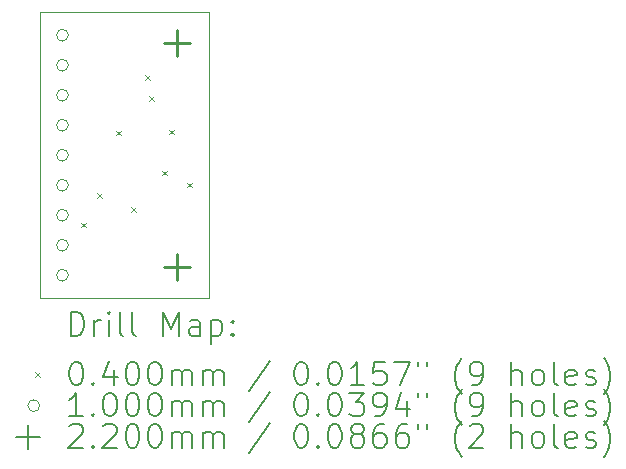
<source format=gbr>
%TF.GenerationSoftware,KiCad,Pcbnew,8.0.5*%
%TF.CreationDate,2024-09-23T16:28:10-04:00*%
%TF.ProjectId,ICM-42670-P-Breakout-Board,49434d2d-3432-4363-9730-2d502d427265,rev?*%
%TF.SameCoordinates,Original*%
%TF.FileFunction,Drillmap*%
%TF.FilePolarity,Positive*%
%FSLAX45Y45*%
G04 Gerber Fmt 4.5, Leading zero omitted, Abs format (unit mm)*
G04 Created by KiCad (PCBNEW 8.0.5) date 2024-09-23 16:28:10*
%MOMM*%
%LPD*%
G01*
G04 APERTURE LIST*
%ADD10C,0.100000*%
%ADD11C,0.200000*%
%ADD12C,0.220000*%
G04 APERTURE END LIST*
D10*
X13500000Y-8225000D02*
X14925000Y-8225000D01*
X14925000Y-10650000D01*
X13500000Y-10650000D01*
X13500000Y-8225000D01*
D11*
D10*
X13847550Y-10010000D02*
X13887550Y-10050000D01*
X13887550Y-10010000D02*
X13847550Y-10050000D01*
X13980000Y-9760000D02*
X14020000Y-9800000D01*
X14020000Y-9760000D02*
X13980000Y-9800000D01*
X14140000Y-9230000D02*
X14180000Y-9270000D01*
X14180000Y-9230000D02*
X14140000Y-9270000D01*
X14270000Y-9880000D02*
X14310000Y-9920000D01*
X14310000Y-9880000D02*
X14270000Y-9920000D01*
X14390000Y-8760000D02*
X14430000Y-8800000D01*
X14430000Y-8760000D02*
X14390000Y-8800000D01*
X14420000Y-8940000D02*
X14460000Y-8980000D01*
X14460000Y-8940000D02*
X14420000Y-8980000D01*
X14530000Y-9570000D02*
X14570000Y-9610000D01*
X14570000Y-9570000D02*
X14530000Y-9610000D01*
X14590316Y-9222289D02*
X14630316Y-9262289D01*
X14630316Y-9222289D02*
X14590316Y-9262289D01*
X14740000Y-9670000D02*
X14780000Y-9710000D01*
X14780000Y-9670000D02*
X14740000Y-9710000D01*
X13737000Y-8422000D02*
G75*
G02*
X13637000Y-8422000I-50000J0D01*
G01*
X13637000Y-8422000D02*
G75*
G02*
X13737000Y-8422000I50000J0D01*
G01*
X13737000Y-8676000D02*
G75*
G02*
X13637000Y-8676000I-50000J0D01*
G01*
X13637000Y-8676000D02*
G75*
G02*
X13737000Y-8676000I50000J0D01*
G01*
X13737000Y-8930000D02*
G75*
G02*
X13637000Y-8930000I-50000J0D01*
G01*
X13637000Y-8930000D02*
G75*
G02*
X13737000Y-8930000I50000J0D01*
G01*
X13737000Y-9184000D02*
G75*
G02*
X13637000Y-9184000I-50000J0D01*
G01*
X13637000Y-9184000D02*
G75*
G02*
X13737000Y-9184000I50000J0D01*
G01*
X13737000Y-9438000D02*
G75*
G02*
X13637000Y-9438000I-50000J0D01*
G01*
X13637000Y-9438000D02*
G75*
G02*
X13737000Y-9438000I50000J0D01*
G01*
X13737000Y-9692000D02*
G75*
G02*
X13637000Y-9692000I-50000J0D01*
G01*
X13637000Y-9692000D02*
G75*
G02*
X13737000Y-9692000I50000J0D01*
G01*
X13737000Y-9946000D02*
G75*
G02*
X13637000Y-9946000I-50000J0D01*
G01*
X13637000Y-9946000D02*
G75*
G02*
X13737000Y-9946000I50000J0D01*
G01*
X13737000Y-10200000D02*
G75*
G02*
X13637000Y-10200000I-50000J0D01*
G01*
X13637000Y-10200000D02*
G75*
G02*
X13737000Y-10200000I50000J0D01*
G01*
X13737000Y-10454000D02*
G75*
G02*
X13637000Y-10454000I-50000J0D01*
G01*
X13637000Y-10454000D02*
G75*
G02*
X13737000Y-10454000I50000J0D01*
G01*
D12*
X14661000Y-8379000D02*
X14661000Y-8599000D01*
X14551000Y-8489000D02*
X14771000Y-8489000D01*
X14661000Y-10276000D02*
X14661000Y-10496000D01*
X14551000Y-10386000D02*
X14771000Y-10386000D01*
D11*
X13755777Y-10966484D02*
X13755777Y-10766484D01*
X13755777Y-10766484D02*
X13803396Y-10766484D01*
X13803396Y-10766484D02*
X13831967Y-10776008D01*
X13831967Y-10776008D02*
X13851015Y-10795055D01*
X13851015Y-10795055D02*
X13860539Y-10814103D01*
X13860539Y-10814103D02*
X13870062Y-10852198D01*
X13870062Y-10852198D02*
X13870062Y-10880770D01*
X13870062Y-10880770D02*
X13860539Y-10918865D01*
X13860539Y-10918865D02*
X13851015Y-10937912D01*
X13851015Y-10937912D02*
X13831967Y-10956960D01*
X13831967Y-10956960D02*
X13803396Y-10966484D01*
X13803396Y-10966484D02*
X13755777Y-10966484D01*
X13955777Y-10966484D02*
X13955777Y-10833150D01*
X13955777Y-10871246D02*
X13965301Y-10852198D01*
X13965301Y-10852198D02*
X13974824Y-10842674D01*
X13974824Y-10842674D02*
X13993872Y-10833150D01*
X13993872Y-10833150D02*
X14012920Y-10833150D01*
X14079586Y-10966484D02*
X14079586Y-10833150D01*
X14079586Y-10766484D02*
X14070062Y-10776008D01*
X14070062Y-10776008D02*
X14079586Y-10785531D01*
X14079586Y-10785531D02*
X14089110Y-10776008D01*
X14089110Y-10776008D02*
X14079586Y-10766484D01*
X14079586Y-10766484D02*
X14079586Y-10785531D01*
X14203396Y-10966484D02*
X14184348Y-10956960D01*
X14184348Y-10956960D02*
X14174824Y-10937912D01*
X14174824Y-10937912D02*
X14174824Y-10766484D01*
X14308158Y-10966484D02*
X14289110Y-10956960D01*
X14289110Y-10956960D02*
X14279586Y-10937912D01*
X14279586Y-10937912D02*
X14279586Y-10766484D01*
X14536729Y-10966484D02*
X14536729Y-10766484D01*
X14536729Y-10766484D02*
X14603396Y-10909341D01*
X14603396Y-10909341D02*
X14670062Y-10766484D01*
X14670062Y-10766484D02*
X14670062Y-10966484D01*
X14851015Y-10966484D02*
X14851015Y-10861722D01*
X14851015Y-10861722D02*
X14841491Y-10842674D01*
X14841491Y-10842674D02*
X14822443Y-10833150D01*
X14822443Y-10833150D02*
X14784348Y-10833150D01*
X14784348Y-10833150D02*
X14765301Y-10842674D01*
X14851015Y-10956960D02*
X14831967Y-10966484D01*
X14831967Y-10966484D02*
X14784348Y-10966484D01*
X14784348Y-10966484D02*
X14765301Y-10956960D01*
X14765301Y-10956960D02*
X14755777Y-10937912D01*
X14755777Y-10937912D02*
X14755777Y-10918865D01*
X14755777Y-10918865D02*
X14765301Y-10899817D01*
X14765301Y-10899817D02*
X14784348Y-10890293D01*
X14784348Y-10890293D02*
X14831967Y-10890293D01*
X14831967Y-10890293D02*
X14851015Y-10880770D01*
X14946253Y-10833150D02*
X14946253Y-11033150D01*
X14946253Y-10842674D02*
X14965301Y-10833150D01*
X14965301Y-10833150D02*
X15003396Y-10833150D01*
X15003396Y-10833150D02*
X15022443Y-10842674D01*
X15022443Y-10842674D02*
X15031967Y-10852198D01*
X15031967Y-10852198D02*
X15041491Y-10871246D01*
X15041491Y-10871246D02*
X15041491Y-10928389D01*
X15041491Y-10928389D02*
X15031967Y-10947436D01*
X15031967Y-10947436D02*
X15022443Y-10956960D01*
X15022443Y-10956960D02*
X15003396Y-10966484D01*
X15003396Y-10966484D02*
X14965301Y-10966484D01*
X14965301Y-10966484D02*
X14946253Y-10956960D01*
X15127205Y-10947436D02*
X15136729Y-10956960D01*
X15136729Y-10956960D02*
X15127205Y-10966484D01*
X15127205Y-10966484D02*
X15117682Y-10956960D01*
X15117682Y-10956960D02*
X15127205Y-10947436D01*
X15127205Y-10947436D02*
X15127205Y-10966484D01*
X15127205Y-10842674D02*
X15136729Y-10852198D01*
X15136729Y-10852198D02*
X15127205Y-10861722D01*
X15127205Y-10861722D02*
X15117682Y-10852198D01*
X15117682Y-10852198D02*
X15127205Y-10842674D01*
X15127205Y-10842674D02*
X15127205Y-10861722D01*
D10*
X13455000Y-11275000D02*
X13495000Y-11315000D01*
X13495000Y-11275000D02*
X13455000Y-11315000D01*
D11*
X13793872Y-11186484D02*
X13812920Y-11186484D01*
X13812920Y-11186484D02*
X13831967Y-11196008D01*
X13831967Y-11196008D02*
X13841491Y-11205531D01*
X13841491Y-11205531D02*
X13851015Y-11224579D01*
X13851015Y-11224579D02*
X13860539Y-11262674D01*
X13860539Y-11262674D02*
X13860539Y-11310293D01*
X13860539Y-11310293D02*
X13851015Y-11348388D01*
X13851015Y-11348388D02*
X13841491Y-11367436D01*
X13841491Y-11367436D02*
X13831967Y-11376960D01*
X13831967Y-11376960D02*
X13812920Y-11386484D01*
X13812920Y-11386484D02*
X13793872Y-11386484D01*
X13793872Y-11386484D02*
X13774824Y-11376960D01*
X13774824Y-11376960D02*
X13765301Y-11367436D01*
X13765301Y-11367436D02*
X13755777Y-11348388D01*
X13755777Y-11348388D02*
X13746253Y-11310293D01*
X13746253Y-11310293D02*
X13746253Y-11262674D01*
X13746253Y-11262674D02*
X13755777Y-11224579D01*
X13755777Y-11224579D02*
X13765301Y-11205531D01*
X13765301Y-11205531D02*
X13774824Y-11196008D01*
X13774824Y-11196008D02*
X13793872Y-11186484D01*
X13946253Y-11367436D02*
X13955777Y-11376960D01*
X13955777Y-11376960D02*
X13946253Y-11386484D01*
X13946253Y-11386484D02*
X13936729Y-11376960D01*
X13936729Y-11376960D02*
X13946253Y-11367436D01*
X13946253Y-11367436D02*
X13946253Y-11386484D01*
X14127205Y-11253150D02*
X14127205Y-11386484D01*
X14079586Y-11176960D02*
X14031967Y-11319817D01*
X14031967Y-11319817D02*
X14155777Y-11319817D01*
X14270062Y-11186484D02*
X14289110Y-11186484D01*
X14289110Y-11186484D02*
X14308158Y-11196008D01*
X14308158Y-11196008D02*
X14317682Y-11205531D01*
X14317682Y-11205531D02*
X14327205Y-11224579D01*
X14327205Y-11224579D02*
X14336729Y-11262674D01*
X14336729Y-11262674D02*
X14336729Y-11310293D01*
X14336729Y-11310293D02*
X14327205Y-11348388D01*
X14327205Y-11348388D02*
X14317682Y-11367436D01*
X14317682Y-11367436D02*
X14308158Y-11376960D01*
X14308158Y-11376960D02*
X14289110Y-11386484D01*
X14289110Y-11386484D02*
X14270062Y-11386484D01*
X14270062Y-11386484D02*
X14251015Y-11376960D01*
X14251015Y-11376960D02*
X14241491Y-11367436D01*
X14241491Y-11367436D02*
X14231967Y-11348388D01*
X14231967Y-11348388D02*
X14222443Y-11310293D01*
X14222443Y-11310293D02*
X14222443Y-11262674D01*
X14222443Y-11262674D02*
X14231967Y-11224579D01*
X14231967Y-11224579D02*
X14241491Y-11205531D01*
X14241491Y-11205531D02*
X14251015Y-11196008D01*
X14251015Y-11196008D02*
X14270062Y-11186484D01*
X14460539Y-11186484D02*
X14479586Y-11186484D01*
X14479586Y-11186484D02*
X14498634Y-11196008D01*
X14498634Y-11196008D02*
X14508158Y-11205531D01*
X14508158Y-11205531D02*
X14517682Y-11224579D01*
X14517682Y-11224579D02*
X14527205Y-11262674D01*
X14527205Y-11262674D02*
X14527205Y-11310293D01*
X14527205Y-11310293D02*
X14517682Y-11348388D01*
X14517682Y-11348388D02*
X14508158Y-11367436D01*
X14508158Y-11367436D02*
X14498634Y-11376960D01*
X14498634Y-11376960D02*
X14479586Y-11386484D01*
X14479586Y-11386484D02*
X14460539Y-11386484D01*
X14460539Y-11386484D02*
X14441491Y-11376960D01*
X14441491Y-11376960D02*
X14431967Y-11367436D01*
X14431967Y-11367436D02*
X14422443Y-11348388D01*
X14422443Y-11348388D02*
X14412920Y-11310293D01*
X14412920Y-11310293D02*
X14412920Y-11262674D01*
X14412920Y-11262674D02*
X14422443Y-11224579D01*
X14422443Y-11224579D02*
X14431967Y-11205531D01*
X14431967Y-11205531D02*
X14441491Y-11196008D01*
X14441491Y-11196008D02*
X14460539Y-11186484D01*
X14612920Y-11386484D02*
X14612920Y-11253150D01*
X14612920Y-11272198D02*
X14622443Y-11262674D01*
X14622443Y-11262674D02*
X14641491Y-11253150D01*
X14641491Y-11253150D02*
X14670063Y-11253150D01*
X14670063Y-11253150D02*
X14689110Y-11262674D01*
X14689110Y-11262674D02*
X14698634Y-11281722D01*
X14698634Y-11281722D02*
X14698634Y-11386484D01*
X14698634Y-11281722D02*
X14708158Y-11262674D01*
X14708158Y-11262674D02*
X14727205Y-11253150D01*
X14727205Y-11253150D02*
X14755777Y-11253150D01*
X14755777Y-11253150D02*
X14774824Y-11262674D01*
X14774824Y-11262674D02*
X14784348Y-11281722D01*
X14784348Y-11281722D02*
X14784348Y-11386484D01*
X14879586Y-11386484D02*
X14879586Y-11253150D01*
X14879586Y-11272198D02*
X14889110Y-11262674D01*
X14889110Y-11262674D02*
X14908158Y-11253150D01*
X14908158Y-11253150D02*
X14936729Y-11253150D01*
X14936729Y-11253150D02*
X14955777Y-11262674D01*
X14955777Y-11262674D02*
X14965301Y-11281722D01*
X14965301Y-11281722D02*
X14965301Y-11386484D01*
X14965301Y-11281722D02*
X14974824Y-11262674D01*
X14974824Y-11262674D02*
X14993872Y-11253150D01*
X14993872Y-11253150D02*
X15022443Y-11253150D01*
X15022443Y-11253150D02*
X15041491Y-11262674D01*
X15041491Y-11262674D02*
X15051015Y-11281722D01*
X15051015Y-11281722D02*
X15051015Y-11386484D01*
X15441491Y-11176960D02*
X15270063Y-11434103D01*
X15698634Y-11186484D02*
X15717682Y-11186484D01*
X15717682Y-11186484D02*
X15736729Y-11196008D01*
X15736729Y-11196008D02*
X15746253Y-11205531D01*
X15746253Y-11205531D02*
X15755777Y-11224579D01*
X15755777Y-11224579D02*
X15765301Y-11262674D01*
X15765301Y-11262674D02*
X15765301Y-11310293D01*
X15765301Y-11310293D02*
X15755777Y-11348388D01*
X15755777Y-11348388D02*
X15746253Y-11367436D01*
X15746253Y-11367436D02*
X15736729Y-11376960D01*
X15736729Y-11376960D02*
X15717682Y-11386484D01*
X15717682Y-11386484D02*
X15698634Y-11386484D01*
X15698634Y-11386484D02*
X15679586Y-11376960D01*
X15679586Y-11376960D02*
X15670063Y-11367436D01*
X15670063Y-11367436D02*
X15660539Y-11348388D01*
X15660539Y-11348388D02*
X15651015Y-11310293D01*
X15651015Y-11310293D02*
X15651015Y-11262674D01*
X15651015Y-11262674D02*
X15660539Y-11224579D01*
X15660539Y-11224579D02*
X15670063Y-11205531D01*
X15670063Y-11205531D02*
X15679586Y-11196008D01*
X15679586Y-11196008D02*
X15698634Y-11186484D01*
X15851015Y-11367436D02*
X15860539Y-11376960D01*
X15860539Y-11376960D02*
X15851015Y-11386484D01*
X15851015Y-11386484D02*
X15841491Y-11376960D01*
X15841491Y-11376960D02*
X15851015Y-11367436D01*
X15851015Y-11367436D02*
X15851015Y-11386484D01*
X15984348Y-11186484D02*
X16003396Y-11186484D01*
X16003396Y-11186484D02*
X16022444Y-11196008D01*
X16022444Y-11196008D02*
X16031967Y-11205531D01*
X16031967Y-11205531D02*
X16041491Y-11224579D01*
X16041491Y-11224579D02*
X16051015Y-11262674D01*
X16051015Y-11262674D02*
X16051015Y-11310293D01*
X16051015Y-11310293D02*
X16041491Y-11348388D01*
X16041491Y-11348388D02*
X16031967Y-11367436D01*
X16031967Y-11367436D02*
X16022444Y-11376960D01*
X16022444Y-11376960D02*
X16003396Y-11386484D01*
X16003396Y-11386484D02*
X15984348Y-11386484D01*
X15984348Y-11386484D02*
X15965301Y-11376960D01*
X15965301Y-11376960D02*
X15955777Y-11367436D01*
X15955777Y-11367436D02*
X15946253Y-11348388D01*
X15946253Y-11348388D02*
X15936729Y-11310293D01*
X15936729Y-11310293D02*
X15936729Y-11262674D01*
X15936729Y-11262674D02*
X15946253Y-11224579D01*
X15946253Y-11224579D02*
X15955777Y-11205531D01*
X15955777Y-11205531D02*
X15965301Y-11196008D01*
X15965301Y-11196008D02*
X15984348Y-11186484D01*
X16241491Y-11386484D02*
X16127206Y-11386484D01*
X16184348Y-11386484D02*
X16184348Y-11186484D01*
X16184348Y-11186484D02*
X16165301Y-11215055D01*
X16165301Y-11215055D02*
X16146253Y-11234103D01*
X16146253Y-11234103D02*
X16127206Y-11243627D01*
X16422444Y-11186484D02*
X16327206Y-11186484D01*
X16327206Y-11186484D02*
X16317682Y-11281722D01*
X16317682Y-11281722D02*
X16327206Y-11272198D01*
X16327206Y-11272198D02*
X16346253Y-11262674D01*
X16346253Y-11262674D02*
X16393872Y-11262674D01*
X16393872Y-11262674D02*
X16412920Y-11272198D01*
X16412920Y-11272198D02*
X16422444Y-11281722D01*
X16422444Y-11281722D02*
X16431967Y-11300769D01*
X16431967Y-11300769D02*
X16431967Y-11348388D01*
X16431967Y-11348388D02*
X16422444Y-11367436D01*
X16422444Y-11367436D02*
X16412920Y-11376960D01*
X16412920Y-11376960D02*
X16393872Y-11386484D01*
X16393872Y-11386484D02*
X16346253Y-11386484D01*
X16346253Y-11386484D02*
X16327206Y-11376960D01*
X16327206Y-11376960D02*
X16317682Y-11367436D01*
X16498634Y-11186484D02*
X16631967Y-11186484D01*
X16631967Y-11186484D02*
X16546253Y-11386484D01*
X16698634Y-11186484D02*
X16698634Y-11224579D01*
X16774825Y-11186484D02*
X16774825Y-11224579D01*
X17070063Y-11462674D02*
X17060539Y-11453150D01*
X17060539Y-11453150D02*
X17041491Y-11424579D01*
X17041491Y-11424579D02*
X17031968Y-11405531D01*
X17031968Y-11405531D02*
X17022444Y-11376960D01*
X17022444Y-11376960D02*
X17012920Y-11329341D01*
X17012920Y-11329341D02*
X17012920Y-11291246D01*
X17012920Y-11291246D02*
X17022444Y-11243627D01*
X17022444Y-11243627D02*
X17031968Y-11215055D01*
X17031968Y-11215055D02*
X17041491Y-11196008D01*
X17041491Y-11196008D02*
X17060539Y-11167436D01*
X17060539Y-11167436D02*
X17070063Y-11157912D01*
X17155777Y-11386484D02*
X17193872Y-11386484D01*
X17193872Y-11386484D02*
X17212920Y-11376960D01*
X17212920Y-11376960D02*
X17222444Y-11367436D01*
X17222444Y-11367436D02*
X17241491Y-11338865D01*
X17241491Y-11338865D02*
X17251015Y-11300769D01*
X17251015Y-11300769D02*
X17251015Y-11224579D01*
X17251015Y-11224579D02*
X17241491Y-11205531D01*
X17241491Y-11205531D02*
X17231968Y-11196008D01*
X17231968Y-11196008D02*
X17212920Y-11186484D01*
X17212920Y-11186484D02*
X17174825Y-11186484D01*
X17174825Y-11186484D02*
X17155777Y-11196008D01*
X17155777Y-11196008D02*
X17146253Y-11205531D01*
X17146253Y-11205531D02*
X17136730Y-11224579D01*
X17136730Y-11224579D02*
X17136730Y-11272198D01*
X17136730Y-11272198D02*
X17146253Y-11291246D01*
X17146253Y-11291246D02*
X17155777Y-11300769D01*
X17155777Y-11300769D02*
X17174825Y-11310293D01*
X17174825Y-11310293D02*
X17212920Y-11310293D01*
X17212920Y-11310293D02*
X17231968Y-11300769D01*
X17231968Y-11300769D02*
X17241491Y-11291246D01*
X17241491Y-11291246D02*
X17251015Y-11272198D01*
X17489111Y-11386484D02*
X17489111Y-11186484D01*
X17574825Y-11386484D02*
X17574825Y-11281722D01*
X17574825Y-11281722D02*
X17565301Y-11262674D01*
X17565301Y-11262674D02*
X17546253Y-11253150D01*
X17546253Y-11253150D02*
X17517682Y-11253150D01*
X17517682Y-11253150D02*
X17498634Y-11262674D01*
X17498634Y-11262674D02*
X17489111Y-11272198D01*
X17698634Y-11386484D02*
X17679587Y-11376960D01*
X17679587Y-11376960D02*
X17670063Y-11367436D01*
X17670063Y-11367436D02*
X17660539Y-11348388D01*
X17660539Y-11348388D02*
X17660539Y-11291246D01*
X17660539Y-11291246D02*
X17670063Y-11272198D01*
X17670063Y-11272198D02*
X17679587Y-11262674D01*
X17679587Y-11262674D02*
X17698634Y-11253150D01*
X17698634Y-11253150D02*
X17727206Y-11253150D01*
X17727206Y-11253150D02*
X17746253Y-11262674D01*
X17746253Y-11262674D02*
X17755777Y-11272198D01*
X17755777Y-11272198D02*
X17765301Y-11291246D01*
X17765301Y-11291246D02*
X17765301Y-11348388D01*
X17765301Y-11348388D02*
X17755777Y-11367436D01*
X17755777Y-11367436D02*
X17746253Y-11376960D01*
X17746253Y-11376960D02*
X17727206Y-11386484D01*
X17727206Y-11386484D02*
X17698634Y-11386484D01*
X17879587Y-11386484D02*
X17860539Y-11376960D01*
X17860539Y-11376960D02*
X17851015Y-11357912D01*
X17851015Y-11357912D02*
X17851015Y-11186484D01*
X18031968Y-11376960D02*
X18012920Y-11386484D01*
X18012920Y-11386484D02*
X17974825Y-11386484D01*
X17974825Y-11386484D02*
X17955777Y-11376960D01*
X17955777Y-11376960D02*
X17946253Y-11357912D01*
X17946253Y-11357912D02*
X17946253Y-11281722D01*
X17946253Y-11281722D02*
X17955777Y-11262674D01*
X17955777Y-11262674D02*
X17974825Y-11253150D01*
X17974825Y-11253150D02*
X18012920Y-11253150D01*
X18012920Y-11253150D02*
X18031968Y-11262674D01*
X18031968Y-11262674D02*
X18041492Y-11281722D01*
X18041492Y-11281722D02*
X18041492Y-11300769D01*
X18041492Y-11300769D02*
X17946253Y-11319817D01*
X18117682Y-11376960D02*
X18136730Y-11386484D01*
X18136730Y-11386484D02*
X18174825Y-11386484D01*
X18174825Y-11386484D02*
X18193873Y-11376960D01*
X18193873Y-11376960D02*
X18203396Y-11357912D01*
X18203396Y-11357912D02*
X18203396Y-11348388D01*
X18203396Y-11348388D02*
X18193873Y-11329341D01*
X18193873Y-11329341D02*
X18174825Y-11319817D01*
X18174825Y-11319817D02*
X18146253Y-11319817D01*
X18146253Y-11319817D02*
X18127206Y-11310293D01*
X18127206Y-11310293D02*
X18117682Y-11291246D01*
X18117682Y-11291246D02*
X18117682Y-11281722D01*
X18117682Y-11281722D02*
X18127206Y-11262674D01*
X18127206Y-11262674D02*
X18146253Y-11253150D01*
X18146253Y-11253150D02*
X18174825Y-11253150D01*
X18174825Y-11253150D02*
X18193873Y-11262674D01*
X18270063Y-11462674D02*
X18279587Y-11453150D01*
X18279587Y-11453150D02*
X18298634Y-11424579D01*
X18298634Y-11424579D02*
X18308158Y-11405531D01*
X18308158Y-11405531D02*
X18317682Y-11376960D01*
X18317682Y-11376960D02*
X18327206Y-11329341D01*
X18327206Y-11329341D02*
X18327206Y-11291246D01*
X18327206Y-11291246D02*
X18317682Y-11243627D01*
X18317682Y-11243627D02*
X18308158Y-11215055D01*
X18308158Y-11215055D02*
X18298634Y-11196008D01*
X18298634Y-11196008D02*
X18279587Y-11167436D01*
X18279587Y-11167436D02*
X18270063Y-11157912D01*
D10*
X13495000Y-11559000D02*
G75*
G02*
X13395000Y-11559000I-50000J0D01*
G01*
X13395000Y-11559000D02*
G75*
G02*
X13495000Y-11559000I50000J0D01*
G01*
D11*
X13860539Y-11650484D02*
X13746253Y-11650484D01*
X13803396Y-11650484D02*
X13803396Y-11450484D01*
X13803396Y-11450484D02*
X13784348Y-11479055D01*
X13784348Y-11479055D02*
X13765301Y-11498103D01*
X13765301Y-11498103D02*
X13746253Y-11507627D01*
X13946253Y-11631436D02*
X13955777Y-11640960D01*
X13955777Y-11640960D02*
X13946253Y-11650484D01*
X13946253Y-11650484D02*
X13936729Y-11640960D01*
X13936729Y-11640960D02*
X13946253Y-11631436D01*
X13946253Y-11631436D02*
X13946253Y-11650484D01*
X14079586Y-11450484D02*
X14098634Y-11450484D01*
X14098634Y-11450484D02*
X14117682Y-11460008D01*
X14117682Y-11460008D02*
X14127205Y-11469531D01*
X14127205Y-11469531D02*
X14136729Y-11488579D01*
X14136729Y-11488579D02*
X14146253Y-11526674D01*
X14146253Y-11526674D02*
X14146253Y-11574293D01*
X14146253Y-11574293D02*
X14136729Y-11612388D01*
X14136729Y-11612388D02*
X14127205Y-11631436D01*
X14127205Y-11631436D02*
X14117682Y-11640960D01*
X14117682Y-11640960D02*
X14098634Y-11650484D01*
X14098634Y-11650484D02*
X14079586Y-11650484D01*
X14079586Y-11650484D02*
X14060539Y-11640960D01*
X14060539Y-11640960D02*
X14051015Y-11631436D01*
X14051015Y-11631436D02*
X14041491Y-11612388D01*
X14041491Y-11612388D02*
X14031967Y-11574293D01*
X14031967Y-11574293D02*
X14031967Y-11526674D01*
X14031967Y-11526674D02*
X14041491Y-11488579D01*
X14041491Y-11488579D02*
X14051015Y-11469531D01*
X14051015Y-11469531D02*
X14060539Y-11460008D01*
X14060539Y-11460008D02*
X14079586Y-11450484D01*
X14270062Y-11450484D02*
X14289110Y-11450484D01*
X14289110Y-11450484D02*
X14308158Y-11460008D01*
X14308158Y-11460008D02*
X14317682Y-11469531D01*
X14317682Y-11469531D02*
X14327205Y-11488579D01*
X14327205Y-11488579D02*
X14336729Y-11526674D01*
X14336729Y-11526674D02*
X14336729Y-11574293D01*
X14336729Y-11574293D02*
X14327205Y-11612388D01*
X14327205Y-11612388D02*
X14317682Y-11631436D01*
X14317682Y-11631436D02*
X14308158Y-11640960D01*
X14308158Y-11640960D02*
X14289110Y-11650484D01*
X14289110Y-11650484D02*
X14270062Y-11650484D01*
X14270062Y-11650484D02*
X14251015Y-11640960D01*
X14251015Y-11640960D02*
X14241491Y-11631436D01*
X14241491Y-11631436D02*
X14231967Y-11612388D01*
X14231967Y-11612388D02*
X14222443Y-11574293D01*
X14222443Y-11574293D02*
X14222443Y-11526674D01*
X14222443Y-11526674D02*
X14231967Y-11488579D01*
X14231967Y-11488579D02*
X14241491Y-11469531D01*
X14241491Y-11469531D02*
X14251015Y-11460008D01*
X14251015Y-11460008D02*
X14270062Y-11450484D01*
X14460539Y-11450484D02*
X14479586Y-11450484D01*
X14479586Y-11450484D02*
X14498634Y-11460008D01*
X14498634Y-11460008D02*
X14508158Y-11469531D01*
X14508158Y-11469531D02*
X14517682Y-11488579D01*
X14517682Y-11488579D02*
X14527205Y-11526674D01*
X14527205Y-11526674D02*
X14527205Y-11574293D01*
X14527205Y-11574293D02*
X14517682Y-11612388D01*
X14517682Y-11612388D02*
X14508158Y-11631436D01*
X14508158Y-11631436D02*
X14498634Y-11640960D01*
X14498634Y-11640960D02*
X14479586Y-11650484D01*
X14479586Y-11650484D02*
X14460539Y-11650484D01*
X14460539Y-11650484D02*
X14441491Y-11640960D01*
X14441491Y-11640960D02*
X14431967Y-11631436D01*
X14431967Y-11631436D02*
X14422443Y-11612388D01*
X14422443Y-11612388D02*
X14412920Y-11574293D01*
X14412920Y-11574293D02*
X14412920Y-11526674D01*
X14412920Y-11526674D02*
X14422443Y-11488579D01*
X14422443Y-11488579D02*
X14431967Y-11469531D01*
X14431967Y-11469531D02*
X14441491Y-11460008D01*
X14441491Y-11460008D02*
X14460539Y-11450484D01*
X14612920Y-11650484D02*
X14612920Y-11517150D01*
X14612920Y-11536198D02*
X14622443Y-11526674D01*
X14622443Y-11526674D02*
X14641491Y-11517150D01*
X14641491Y-11517150D02*
X14670063Y-11517150D01*
X14670063Y-11517150D02*
X14689110Y-11526674D01*
X14689110Y-11526674D02*
X14698634Y-11545722D01*
X14698634Y-11545722D02*
X14698634Y-11650484D01*
X14698634Y-11545722D02*
X14708158Y-11526674D01*
X14708158Y-11526674D02*
X14727205Y-11517150D01*
X14727205Y-11517150D02*
X14755777Y-11517150D01*
X14755777Y-11517150D02*
X14774824Y-11526674D01*
X14774824Y-11526674D02*
X14784348Y-11545722D01*
X14784348Y-11545722D02*
X14784348Y-11650484D01*
X14879586Y-11650484D02*
X14879586Y-11517150D01*
X14879586Y-11536198D02*
X14889110Y-11526674D01*
X14889110Y-11526674D02*
X14908158Y-11517150D01*
X14908158Y-11517150D02*
X14936729Y-11517150D01*
X14936729Y-11517150D02*
X14955777Y-11526674D01*
X14955777Y-11526674D02*
X14965301Y-11545722D01*
X14965301Y-11545722D02*
X14965301Y-11650484D01*
X14965301Y-11545722D02*
X14974824Y-11526674D01*
X14974824Y-11526674D02*
X14993872Y-11517150D01*
X14993872Y-11517150D02*
X15022443Y-11517150D01*
X15022443Y-11517150D02*
X15041491Y-11526674D01*
X15041491Y-11526674D02*
X15051015Y-11545722D01*
X15051015Y-11545722D02*
X15051015Y-11650484D01*
X15441491Y-11440960D02*
X15270063Y-11698103D01*
X15698634Y-11450484D02*
X15717682Y-11450484D01*
X15717682Y-11450484D02*
X15736729Y-11460008D01*
X15736729Y-11460008D02*
X15746253Y-11469531D01*
X15746253Y-11469531D02*
X15755777Y-11488579D01*
X15755777Y-11488579D02*
X15765301Y-11526674D01*
X15765301Y-11526674D02*
X15765301Y-11574293D01*
X15765301Y-11574293D02*
X15755777Y-11612388D01*
X15755777Y-11612388D02*
X15746253Y-11631436D01*
X15746253Y-11631436D02*
X15736729Y-11640960D01*
X15736729Y-11640960D02*
X15717682Y-11650484D01*
X15717682Y-11650484D02*
X15698634Y-11650484D01*
X15698634Y-11650484D02*
X15679586Y-11640960D01*
X15679586Y-11640960D02*
X15670063Y-11631436D01*
X15670063Y-11631436D02*
X15660539Y-11612388D01*
X15660539Y-11612388D02*
X15651015Y-11574293D01*
X15651015Y-11574293D02*
X15651015Y-11526674D01*
X15651015Y-11526674D02*
X15660539Y-11488579D01*
X15660539Y-11488579D02*
X15670063Y-11469531D01*
X15670063Y-11469531D02*
X15679586Y-11460008D01*
X15679586Y-11460008D02*
X15698634Y-11450484D01*
X15851015Y-11631436D02*
X15860539Y-11640960D01*
X15860539Y-11640960D02*
X15851015Y-11650484D01*
X15851015Y-11650484D02*
X15841491Y-11640960D01*
X15841491Y-11640960D02*
X15851015Y-11631436D01*
X15851015Y-11631436D02*
X15851015Y-11650484D01*
X15984348Y-11450484D02*
X16003396Y-11450484D01*
X16003396Y-11450484D02*
X16022444Y-11460008D01*
X16022444Y-11460008D02*
X16031967Y-11469531D01*
X16031967Y-11469531D02*
X16041491Y-11488579D01*
X16041491Y-11488579D02*
X16051015Y-11526674D01*
X16051015Y-11526674D02*
X16051015Y-11574293D01*
X16051015Y-11574293D02*
X16041491Y-11612388D01*
X16041491Y-11612388D02*
X16031967Y-11631436D01*
X16031967Y-11631436D02*
X16022444Y-11640960D01*
X16022444Y-11640960D02*
X16003396Y-11650484D01*
X16003396Y-11650484D02*
X15984348Y-11650484D01*
X15984348Y-11650484D02*
X15965301Y-11640960D01*
X15965301Y-11640960D02*
X15955777Y-11631436D01*
X15955777Y-11631436D02*
X15946253Y-11612388D01*
X15946253Y-11612388D02*
X15936729Y-11574293D01*
X15936729Y-11574293D02*
X15936729Y-11526674D01*
X15936729Y-11526674D02*
X15946253Y-11488579D01*
X15946253Y-11488579D02*
X15955777Y-11469531D01*
X15955777Y-11469531D02*
X15965301Y-11460008D01*
X15965301Y-11460008D02*
X15984348Y-11450484D01*
X16117682Y-11450484D02*
X16241491Y-11450484D01*
X16241491Y-11450484D02*
X16174825Y-11526674D01*
X16174825Y-11526674D02*
X16203396Y-11526674D01*
X16203396Y-11526674D02*
X16222444Y-11536198D01*
X16222444Y-11536198D02*
X16231967Y-11545722D01*
X16231967Y-11545722D02*
X16241491Y-11564769D01*
X16241491Y-11564769D02*
X16241491Y-11612388D01*
X16241491Y-11612388D02*
X16231967Y-11631436D01*
X16231967Y-11631436D02*
X16222444Y-11640960D01*
X16222444Y-11640960D02*
X16203396Y-11650484D01*
X16203396Y-11650484D02*
X16146253Y-11650484D01*
X16146253Y-11650484D02*
X16127206Y-11640960D01*
X16127206Y-11640960D02*
X16117682Y-11631436D01*
X16336729Y-11650484D02*
X16374825Y-11650484D01*
X16374825Y-11650484D02*
X16393872Y-11640960D01*
X16393872Y-11640960D02*
X16403396Y-11631436D01*
X16403396Y-11631436D02*
X16422444Y-11602865D01*
X16422444Y-11602865D02*
X16431967Y-11564769D01*
X16431967Y-11564769D02*
X16431967Y-11488579D01*
X16431967Y-11488579D02*
X16422444Y-11469531D01*
X16422444Y-11469531D02*
X16412920Y-11460008D01*
X16412920Y-11460008D02*
X16393872Y-11450484D01*
X16393872Y-11450484D02*
X16355777Y-11450484D01*
X16355777Y-11450484D02*
X16336729Y-11460008D01*
X16336729Y-11460008D02*
X16327206Y-11469531D01*
X16327206Y-11469531D02*
X16317682Y-11488579D01*
X16317682Y-11488579D02*
X16317682Y-11536198D01*
X16317682Y-11536198D02*
X16327206Y-11555246D01*
X16327206Y-11555246D02*
X16336729Y-11564769D01*
X16336729Y-11564769D02*
X16355777Y-11574293D01*
X16355777Y-11574293D02*
X16393872Y-11574293D01*
X16393872Y-11574293D02*
X16412920Y-11564769D01*
X16412920Y-11564769D02*
X16422444Y-11555246D01*
X16422444Y-11555246D02*
X16431967Y-11536198D01*
X16603396Y-11517150D02*
X16603396Y-11650484D01*
X16555777Y-11440960D02*
X16508158Y-11583817D01*
X16508158Y-11583817D02*
X16631967Y-11583817D01*
X16698634Y-11450484D02*
X16698634Y-11488579D01*
X16774825Y-11450484D02*
X16774825Y-11488579D01*
X17070063Y-11726674D02*
X17060539Y-11717150D01*
X17060539Y-11717150D02*
X17041491Y-11688579D01*
X17041491Y-11688579D02*
X17031968Y-11669531D01*
X17031968Y-11669531D02*
X17022444Y-11640960D01*
X17022444Y-11640960D02*
X17012920Y-11593341D01*
X17012920Y-11593341D02*
X17012920Y-11555246D01*
X17012920Y-11555246D02*
X17022444Y-11507627D01*
X17022444Y-11507627D02*
X17031968Y-11479055D01*
X17031968Y-11479055D02*
X17041491Y-11460008D01*
X17041491Y-11460008D02*
X17060539Y-11431436D01*
X17060539Y-11431436D02*
X17070063Y-11421912D01*
X17155777Y-11650484D02*
X17193872Y-11650484D01*
X17193872Y-11650484D02*
X17212920Y-11640960D01*
X17212920Y-11640960D02*
X17222444Y-11631436D01*
X17222444Y-11631436D02*
X17241491Y-11602865D01*
X17241491Y-11602865D02*
X17251015Y-11564769D01*
X17251015Y-11564769D02*
X17251015Y-11488579D01*
X17251015Y-11488579D02*
X17241491Y-11469531D01*
X17241491Y-11469531D02*
X17231968Y-11460008D01*
X17231968Y-11460008D02*
X17212920Y-11450484D01*
X17212920Y-11450484D02*
X17174825Y-11450484D01*
X17174825Y-11450484D02*
X17155777Y-11460008D01*
X17155777Y-11460008D02*
X17146253Y-11469531D01*
X17146253Y-11469531D02*
X17136730Y-11488579D01*
X17136730Y-11488579D02*
X17136730Y-11536198D01*
X17136730Y-11536198D02*
X17146253Y-11555246D01*
X17146253Y-11555246D02*
X17155777Y-11564769D01*
X17155777Y-11564769D02*
X17174825Y-11574293D01*
X17174825Y-11574293D02*
X17212920Y-11574293D01*
X17212920Y-11574293D02*
X17231968Y-11564769D01*
X17231968Y-11564769D02*
X17241491Y-11555246D01*
X17241491Y-11555246D02*
X17251015Y-11536198D01*
X17489111Y-11650484D02*
X17489111Y-11450484D01*
X17574825Y-11650484D02*
X17574825Y-11545722D01*
X17574825Y-11545722D02*
X17565301Y-11526674D01*
X17565301Y-11526674D02*
X17546253Y-11517150D01*
X17546253Y-11517150D02*
X17517682Y-11517150D01*
X17517682Y-11517150D02*
X17498634Y-11526674D01*
X17498634Y-11526674D02*
X17489111Y-11536198D01*
X17698634Y-11650484D02*
X17679587Y-11640960D01*
X17679587Y-11640960D02*
X17670063Y-11631436D01*
X17670063Y-11631436D02*
X17660539Y-11612388D01*
X17660539Y-11612388D02*
X17660539Y-11555246D01*
X17660539Y-11555246D02*
X17670063Y-11536198D01*
X17670063Y-11536198D02*
X17679587Y-11526674D01*
X17679587Y-11526674D02*
X17698634Y-11517150D01*
X17698634Y-11517150D02*
X17727206Y-11517150D01*
X17727206Y-11517150D02*
X17746253Y-11526674D01*
X17746253Y-11526674D02*
X17755777Y-11536198D01*
X17755777Y-11536198D02*
X17765301Y-11555246D01*
X17765301Y-11555246D02*
X17765301Y-11612388D01*
X17765301Y-11612388D02*
X17755777Y-11631436D01*
X17755777Y-11631436D02*
X17746253Y-11640960D01*
X17746253Y-11640960D02*
X17727206Y-11650484D01*
X17727206Y-11650484D02*
X17698634Y-11650484D01*
X17879587Y-11650484D02*
X17860539Y-11640960D01*
X17860539Y-11640960D02*
X17851015Y-11621912D01*
X17851015Y-11621912D02*
X17851015Y-11450484D01*
X18031968Y-11640960D02*
X18012920Y-11650484D01*
X18012920Y-11650484D02*
X17974825Y-11650484D01*
X17974825Y-11650484D02*
X17955777Y-11640960D01*
X17955777Y-11640960D02*
X17946253Y-11621912D01*
X17946253Y-11621912D02*
X17946253Y-11545722D01*
X17946253Y-11545722D02*
X17955777Y-11526674D01*
X17955777Y-11526674D02*
X17974825Y-11517150D01*
X17974825Y-11517150D02*
X18012920Y-11517150D01*
X18012920Y-11517150D02*
X18031968Y-11526674D01*
X18031968Y-11526674D02*
X18041492Y-11545722D01*
X18041492Y-11545722D02*
X18041492Y-11564769D01*
X18041492Y-11564769D02*
X17946253Y-11583817D01*
X18117682Y-11640960D02*
X18136730Y-11650484D01*
X18136730Y-11650484D02*
X18174825Y-11650484D01*
X18174825Y-11650484D02*
X18193873Y-11640960D01*
X18193873Y-11640960D02*
X18203396Y-11621912D01*
X18203396Y-11621912D02*
X18203396Y-11612388D01*
X18203396Y-11612388D02*
X18193873Y-11593341D01*
X18193873Y-11593341D02*
X18174825Y-11583817D01*
X18174825Y-11583817D02*
X18146253Y-11583817D01*
X18146253Y-11583817D02*
X18127206Y-11574293D01*
X18127206Y-11574293D02*
X18117682Y-11555246D01*
X18117682Y-11555246D02*
X18117682Y-11545722D01*
X18117682Y-11545722D02*
X18127206Y-11526674D01*
X18127206Y-11526674D02*
X18146253Y-11517150D01*
X18146253Y-11517150D02*
X18174825Y-11517150D01*
X18174825Y-11517150D02*
X18193873Y-11526674D01*
X18270063Y-11726674D02*
X18279587Y-11717150D01*
X18279587Y-11717150D02*
X18298634Y-11688579D01*
X18298634Y-11688579D02*
X18308158Y-11669531D01*
X18308158Y-11669531D02*
X18317682Y-11640960D01*
X18317682Y-11640960D02*
X18327206Y-11593341D01*
X18327206Y-11593341D02*
X18327206Y-11555246D01*
X18327206Y-11555246D02*
X18317682Y-11507627D01*
X18317682Y-11507627D02*
X18308158Y-11479055D01*
X18308158Y-11479055D02*
X18298634Y-11460008D01*
X18298634Y-11460008D02*
X18279587Y-11431436D01*
X18279587Y-11431436D02*
X18270063Y-11421912D01*
X13395000Y-11723000D02*
X13395000Y-11923000D01*
X13295000Y-11823000D02*
X13495000Y-11823000D01*
X13746253Y-11733531D02*
X13755777Y-11724008D01*
X13755777Y-11724008D02*
X13774824Y-11714484D01*
X13774824Y-11714484D02*
X13822443Y-11714484D01*
X13822443Y-11714484D02*
X13841491Y-11724008D01*
X13841491Y-11724008D02*
X13851015Y-11733531D01*
X13851015Y-11733531D02*
X13860539Y-11752579D01*
X13860539Y-11752579D02*
X13860539Y-11771627D01*
X13860539Y-11771627D02*
X13851015Y-11800198D01*
X13851015Y-11800198D02*
X13736729Y-11914484D01*
X13736729Y-11914484D02*
X13860539Y-11914484D01*
X13946253Y-11895436D02*
X13955777Y-11904960D01*
X13955777Y-11904960D02*
X13946253Y-11914484D01*
X13946253Y-11914484D02*
X13936729Y-11904960D01*
X13936729Y-11904960D02*
X13946253Y-11895436D01*
X13946253Y-11895436D02*
X13946253Y-11914484D01*
X14031967Y-11733531D02*
X14041491Y-11724008D01*
X14041491Y-11724008D02*
X14060539Y-11714484D01*
X14060539Y-11714484D02*
X14108158Y-11714484D01*
X14108158Y-11714484D02*
X14127205Y-11724008D01*
X14127205Y-11724008D02*
X14136729Y-11733531D01*
X14136729Y-11733531D02*
X14146253Y-11752579D01*
X14146253Y-11752579D02*
X14146253Y-11771627D01*
X14146253Y-11771627D02*
X14136729Y-11800198D01*
X14136729Y-11800198D02*
X14022443Y-11914484D01*
X14022443Y-11914484D02*
X14146253Y-11914484D01*
X14270062Y-11714484D02*
X14289110Y-11714484D01*
X14289110Y-11714484D02*
X14308158Y-11724008D01*
X14308158Y-11724008D02*
X14317682Y-11733531D01*
X14317682Y-11733531D02*
X14327205Y-11752579D01*
X14327205Y-11752579D02*
X14336729Y-11790674D01*
X14336729Y-11790674D02*
X14336729Y-11838293D01*
X14336729Y-11838293D02*
X14327205Y-11876388D01*
X14327205Y-11876388D02*
X14317682Y-11895436D01*
X14317682Y-11895436D02*
X14308158Y-11904960D01*
X14308158Y-11904960D02*
X14289110Y-11914484D01*
X14289110Y-11914484D02*
X14270062Y-11914484D01*
X14270062Y-11914484D02*
X14251015Y-11904960D01*
X14251015Y-11904960D02*
X14241491Y-11895436D01*
X14241491Y-11895436D02*
X14231967Y-11876388D01*
X14231967Y-11876388D02*
X14222443Y-11838293D01*
X14222443Y-11838293D02*
X14222443Y-11790674D01*
X14222443Y-11790674D02*
X14231967Y-11752579D01*
X14231967Y-11752579D02*
X14241491Y-11733531D01*
X14241491Y-11733531D02*
X14251015Y-11724008D01*
X14251015Y-11724008D02*
X14270062Y-11714484D01*
X14460539Y-11714484D02*
X14479586Y-11714484D01*
X14479586Y-11714484D02*
X14498634Y-11724008D01*
X14498634Y-11724008D02*
X14508158Y-11733531D01*
X14508158Y-11733531D02*
X14517682Y-11752579D01*
X14517682Y-11752579D02*
X14527205Y-11790674D01*
X14527205Y-11790674D02*
X14527205Y-11838293D01*
X14527205Y-11838293D02*
X14517682Y-11876388D01*
X14517682Y-11876388D02*
X14508158Y-11895436D01*
X14508158Y-11895436D02*
X14498634Y-11904960D01*
X14498634Y-11904960D02*
X14479586Y-11914484D01*
X14479586Y-11914484D02*
X14460539Y-11914484D01*
X14460539Y-11914484D02*
X14441491Y-11904960D01*
X14441491Y-11904960D02*
X14431967Y-11895436D01*
X14431967Y-11895436D02*
X14422443Y-11876388D01*
X14422443Y-11876388D02*
X14412920Y-11838293D01*
X14412920Y-11838293D02*
X14412920Y-11790674D01*
X14412920Y-11790674D02*
X14422443Y-11752579D01*
X14422443Y-11752579D02*
X14431967Y-11733531D01*
X14431967Y-11733531D02*
X14441491Y-11724008D01*
X14441491Y-11724008D02*
X14460539Y-11714484D01*
X14612920Y-11914484D02*
X14612920Y-11781150D01*
X14612920Y-11800198D02*
X14622443Y-11790674D01*
X14622443Y-11790674D02*
X14641491Y-11781150D01*
X14641491Y-11781150D02*
X14670063Y-11781150D01*
X14670063Y-11781150D02*
X14689110Y-11790674D01*
X14689110Y-11790674D02*
X14698634Y-11809722D01*
X14698634Y-11809722D02*
X14698634Y-11914484D01*
X14698634Y-11809722D02*
X14708158Y-11790674D01*
X14708158Y-11790674D02*
X14727205Y-11781150D01*
X14727205Y-11781150D02*
X14755777Y-11781150D01*
X14755777Y-11781150D02*
X14774824Y-11790674D01*
X14774824Y-11790674D02*
X14784348Y-11809722D01*
X14784348Y-11809722D02*
X14784348Y-11914484D01*
X14879586Y-11914484D02*
X14879586Y-11781150D01*
X14879586Y-11800198D02*
X14889110Y-11790674D01*
X14889110Y-11790674D02*
X14908158Y-11781150D01*
X14908158Y-11781150D02*
X14936729Y-11781150D01*
X14936729Y-11781150D02*
X14955777Y-11790674D01*
X14955777Y-11790674D02*
X14965301Y-11809722D01*
X14965301Y-11809722D02*
X14965301Y-11914484D01*
X14965301Y-11809722D02*
X14974824Y-11790674D01*
X14974824Y-11790674D02*
X14993872Y-11781150D01*
X14993872Y-11781150D02*
X15022443Y-11781150D01*
X15022443Y-11781150D02*
X15041491Y-11790674D01*
X15041491Y-11790674D02*
X15051015Y-11809722D01*
X15051015Y-11809722D02*
X15051015Y-11914484D01*
X15441491Y-11704960D02*
X15270063Y-11962103D01*
X15698634Y-11714484D02*
X15717682Y-11714484D01*
X15717682Y-11714484D02*
X15736729Y-11724008D01*
X15736729Y-11724008D02*
X15746253Y-11733531D01*
X15746253Y-11733531D02*
X15755777Y-11752579D01*
X15755777Y-11752579D02*
X15765301Y-11790674D01*
X15765301Y-11790674D02*
X15765301Y-11838293D01*
X15765301Y-11838293D02*
X15755777Y-11876388D01*
X15755777Y-11876388D02*
X15746253Y-11895436D01*
X15746253Y-11895436D02*
X15736729Y-11904960D01*
X15736729Y-11904960D02*
X15717682Y-11914484D01*
X15717682Y-11914484D02*
X15698634Y-11914484D01*
X15698634Y-11914484D02*
X15679586Y-11904960D01*
X15679586Y-11904960D02*
X15670063Y-11895436D01*
X15670063Y-11895436D02*
X15660539Y-11876388D01*
X15660539Y-11876388D02*
X15651015Y-11838293D01*
X15651015Y-11838293D02*
X15651015Y-11790674D01*
X15651015Y-11790674D02*
X15660539Y-11752579D01*
X15660539Y-11752579D02*
X15670063Y-11733531D01*
X15670063Y-11733531D02*
X15679586Y-11724008D01*
X15679586Y-11724008D02*
X15698634Y-11714484D01*
X15851015Y-11895436D02*
X15860539Y-11904960D01*
X15860539Y-11904960D02*
X15851015Y-11914484D01*
X15851015Y-11914484D02*
X15841491Y-11904960D01*
X15841491Y-11904960D02*
X15851015Y-11895436D01*
X15851015Y-11895436D02*
X15851015Y-11914484D01*
X15984348Y-11714484D02*
X16003396Y-11714484D01*
X16003396Y-11714484D02*
X16022444Y-11724008D01*
X16022444Y-11724008D02*
X16031967Y-11733531D01*
X16031967Y-11733531D02*
X16041491Y-11752579D01*
X16041491Y-11752579D02*
X16051015Y-11790674D01*
X16051015Y-11790674D02*
X16051015Y-11838293D01*
X16051015Y-11838293D02*
X16041491Y-11876388D01*
X16041491Y-11876388D02*
X16031967Y-11895436D01*
X16031967Y-11895436D02*
X16022444Y-11904960D01*
X16022444Y-11904960D02*
X16003396Y-11914484D01*
X16003396Y-11914484D02*
X15984348Y-11914484D01*
X15984348Y-11914484D02*
X15965301Y-11904960D01*
X15965301Y-11904960D02*
X15955777Y-11895436D01*
X15955777Y-11895436D02*
X15946253Y-11876388D01*
X15946253Y-11876388D02*
X15936729Y-11838293D01*
X15936729Y-11838293D02*
X15936729Y-11790674D01*
X15936729Y-11790674D02*
X15946253Y-11752579D01*
X15946253Y-11752579D02*
X15955777Y-11733531D01*
X15955777Y-11733531D02*
X15965301Y-11724008D01*
X15965301Y-11724008D02*
X15984348Y-11714484D01*
X16165301Y-11800198D02*
X16146253Y-11790674D01*
X16146253Y-11790674D02*
X16136729Y-11781150D01*
X16136729Y-11781150D02*
X16127206Y-11762103D01*
X16127206Y-11762103D02*
X16127206Y-11752579D01*
X16127206Y-11752579D02*
X16136729Y-11733531D01*
X16136729Y-11733531D02*
X16146253Y-11724008D01*
X16146253Y-11724008D02*
X16165301Y-11714484D01*
X16165301Y-11714484D02*
X16203396Y-11714484D01*
X16203396Y-11714484D02*
X16222444Y-11724008D01*
X16222444Y-11724008D02*
X16231967Y-11733531D01*
X16231967Y-11733531D02*
X16241491Y-11752579D01*
X16241491Y-11752579D02*
X16241491Y-11762103D01*
X16241491Y-11762103D02*
X16231967Y-11781150D01*
X16231967Y-11781150D02*
X16222444Y-11790674D01*
X16222444Y-11790674D02*
X16203396Y-11800198D01*
X16203396Y-11800198D02*
X16165301Y-11800198D01*
X16165301Y-11800198D02*
X16146253Y-11809722D01*
X16146253Y-11809722D02*
X16136729Y-11819246D01*
X16136729Y-11819246D02*
X16127206Y-11838293D01*
X16127206Y-11838293D02*
X16127206Y-11876388D01*
X16127206Y-11876388D02*
X16136729Y-11895436D01*
X16136729Y-11895436D02*
X16146253Y-11904960D01*
X16146253Y-11904960D02*
X16165301Y-11914484D01*
X16165301Y-11914484D02*
X16203396Y-11914484D01*
X16203396Y-11914484D02*
X16222444Y-11904960D01*
X16222444Y-11904960D02*
X16231967Y-11895436D01*
X16231967Y-11895436D02*
X16241491Y-11876388D01*
X16241491Y-11876388D02*
X16241491Y-11838293D01*
X16241491Y-11838293D02*
X16231967Y-11819246D01*
X16231967Y-11819246D02*
X16222444Y-11809722D01*
X16222444Y-11809722D02*
X16203396Y-11800198D01*
X16412920Y-11714484D02*
X16374825Y-11714484D01*
X16374825Y-11714484D02*
X16355777Y-11724008D01*
X16355777Y-11724008D02*
X16346253Y-11733531D01*
X16346253Y-11733531D02*
X16327206Y-11762103D01*
X16327206Y-11762103D02*
X16317682Y-11800198D01*
X16317682Y-11800198D02*
X16317682Y-11876388D01*
X16317682Y-11876388D02*
X16327206Y-11895436D01*
X16327206Y-11895436D02*
X16336729Y-11904960D01*
X16336729Y-11904960D02*
X16355777Y-11914484D01*
X16355777Y-11914484D02*
X16393872Y-11914484D01*
X16393872Y-11914484D02*
X16412920Y-11904960D01*
X16412920Y-11904960D02*
X16422444Y-11895436D01*
X16422444Y-11895436D02*
X16431967Y-11876388D01*
X16431967Y-11876388D02*
X16431967Y-11828769D01*
X16431967Y-11828769D02*
X16422444Y-11809722D01*
X16422444Y-11809722D02*
X16412920Y-11800198D01*
X16412920Y-11800198D02*
X16393872Y-11790674D01*
X16393872Y-11790674D02*
X16355777Y-11790674D01*
X16355777Y-11790674D02*
X16336729Y-11800198D01*
X16336729Y-11800198D02*
X16327206Y-11809722D01*
X16327206Y-11809722D02*
X16317682Y-11828769D01*
X16603396Y-11714484D02*
X16565301Y-11714484D01*
X16565301Y-11714484D02*
X16546253Y-11724008D01*
X16546253Y-11724008D02*
X16536729Y-11733531D01*
X16536729Y-11733531D02*
X16517682Y-11762103D01*
X16517682Y-11762103D02*
X16508158Y-11800198D01*
X16508158Y-11800198D02*
X16508158Y-11876388D01*
X16508158Y-11876388D02*
X16517682Y-11895436D01*
X16517682Y-11895436D02*
X16527206Y-11904960D01*
X16527206Y-11904960D02*
X16546253Y-11914484D01*
X16546253Y-11914484D02*
X16584348Y-11914484D01*
X16584348Y-11914484D02*
X16603396Y-11904960D01*
X16603396Y-11904960D02*
X16612920Y-11895436D01*
X16612920Y-11895436D02*
X16622444Y-11876388D01*
X16622444Y-11876388D02*
X16622444Y-11828769D01*
X16622444Y-11828769D02*
X16612920Y-11809722D01*
X16612920Y-11809722D02*
X16603396Y-11800198D01*
X16603396Y-11800198D02*
X16584348Y-11790674D01*
X16584348Y-11790674D02*
X16546253Y-11790674D01*
X16546253Y-11790674D02*
X16527206Y-11800198D01*
X16527206Y-11800198D02*
X16517682Y-11809722D01*
X16517682Y-11809722D02*
X16508158Y-11828769D01*
X16698634Y-11714484D02*
X16698634Y-11752579D01*
X16774825Y-11714484D02*
X16774825Y-11752579D01*
X17070063Y-11990674D02*
X17060539Y-11981150D01*
X17060539Y-11981150D02*
X17041491Y-11952579D01*
X17041491Y-11952579D02*
X17031968Y-11933531D01*
X17031968Y-11933531D02*
X17022444Y-11904960D01*
X17022444Y-11904960D02*
X17012920Y-11857341D01*
X17012920Y-11857341D02*
X17012920Y-11819246D01*
X17012920Y-11819246D02*
X17022444Y-11771627D01*
X17022444Y-11771627D02*
X17031968Y-11743055D01*
X17031968Y-11743055D02*
X17041491Y-11724008D01*
X17041491Y-11724008D02*
X17060539Y-11695436D01*
X17060539Y-11695436D02*
X17070063Y-11685912D01*
X17136730Y-11733531D02*
X17146253Y-11724008D01*
X17146253Y-11724008D02*
X17165301Y-11714484D01*
X17165301Y-11714484D02*
X17212920Y-11714484D01*
X17212920Y-11714484D02*
X17231968Y-11724008D01*
X17231968Y-11724008D02*
X17241491Y-11733531D01*
X17241491Y-11733531D02*
X17251015Y-11752579D01*
X17251015Y-11752579D02*
X17251015Y-11771627D01*
X17251015Y-11771627D02*
X17241491Y-11800198D01*
X17241491Y-11800198D02*
X17127206Y-11914484D01*
X17127206Y-11914484D02*
X17251015Y-11914484D01*
X17489111Y-11914484D02*
X17489111Y-11714484D01*
X17574825Y-11914484D02*
X17574825Y-11809722D01*
X17574825Y-11809722D02*
X17565301Y-11790674D01*
X17565301Y-11790674D02*
X17546253Y-11781150D01*
X17546253Y-11781150D02*
X17517682Y-11781150D01*
X17517682Y-11781150D02*
X17498634Y-11790674D01*
X17498634Y-11790674D02*
X17489111Y-11800198D01*
X17698634Y-11914484D02*
X17679587Y-11904960D01*
X17679587Y-11904960D02*
X17670063Y-11895436D01*
X17670063Y-11895436D02*
X17660539Y-11876388D01*
X17660539Y-11876388D02*
X17660539Y-11819246D01*
X17660539Y-11819246D02*
X17670063Y-11800198D01*
X17670063Y-11800198D02*
X17679587Y-11790674D01*
X17679587Y-11790674D02*
X17698634Y-11781150D01*
X17698634Y-11781150D02*
X17727206Y-11781150D01*
X17727206Y-11781150D02*
X17746253Y-11790674D01*
X17746253Y-11790674D02*
X17755777Y-11800198D01*
X17755777Y-11800198D02*
X17765301Y-11819246D01*
X17765301Y-11819246D02*
X17765301Y-11876388D01*
X17765301Y-11876388D02*
X17755777Y-11895436D01*
X17755777Y-11895436D02*
X17746253Y-11904960D01*
X17746253Y-11904960D02*
X17727206Y-11914484D01*
X17727206Y-11914484D02*
X17698634Y-11914484D01*
X17879587Y-11914484D02*
X17860539Y-11904960D01*
X17860539Y-11904960D02*
X17851015Y-11885912D01*
X17851015Y-11885912D02*
X17851015Y-11714484D01*
X18031968Y-11904960D02*
X18012920Y-11914484D01*
X18012920Y-11914484D02*
X17974825Y-11914484D01*
X17974825Y-11914484D02*
X17955777Y-11904960D01*
X17955777Y-11904960D02*
X17946253Y-11885912D01*
X17946253Y-11885912D02*
X17946253Y-11809722D01*
X17946253Y-11809722D02*
X17955777Y-11790674D01*
X17955777Y-11790674D02*
X17974825Y-11781150D01*
X17974825Y-11781150D02*
X18012920Y-11781150D01*
X18012920Y-11781150D02*
X18031968Y-11790674D01*
X18031968Y-11790674D02*
X18041492Y-11809722D01*
X18041492Y-11809722D02*
X18041492Y-11828769D01*
X18041492Y-11828769D02*
X17946253Y-11847817D01*
X18117682Y-11904960D02*
X18136730Y-11914484D01*
X18136730Y-11914484D02*
X18174825Y-11914484D01*
X18174825Y-11914484D02*
X18193873Y-11904960D01*
X18193873Y-11904960D02*
X18203396Y-11885912D01*
X18203396Y-11885912D02*
X18203396Y-11876388D01*
X18203396Y-11876388D02*
X18193873Y-11857341D01*
X18193873Y-11857341D02*
X18174825Y-11847817D01*
X18174825Y-11847817D02*
X18146253Y-11847817D01*
X18146253Y-11847817D02*
X18127206Y-11838293D01*
X18127206Y-11838293D02*
X18117682Y-11819246D01*
X18117682Y-11819246D02*
X18117682Y-11809722D01*
X18117682Y-11809722D02*
X18127206Y-11790674D01*
X18127206Y-11790674D02*
X18146253Y-11781150D01*
X18146253Y-11781150D02*
X18174825Y-11781150D01*
X18174825Y-11781150D02*
X18193873Y-11790674D01*
X18270063Y-11990674D02*
X18279587Y-11981150D01*
X18279587Y-11981150D02*
X18298634Y-11952579D01*
X18298634Y-11952579D02*
X18308158Y-11933531D01*
X18308158Y-11933531D02*
X18317682Y-11904960D01*
X18317682Y-11904960D02*
X18327206Y-11857341D01*
X18327206Y-11857341D02*
X18327206Y-11819246D01*
X18327206Y-11819246D02*
X18317682Y-11771627D01*
X18317682Y-11771627D02*
X18308158Y-11743055D01*
X18308158Y-11743055D02*
X18298634Y-11724008D01*
X18298634Y-11724008D02*
X18279587Y-11695436D01*
X18279587Y-11695436D02*
X18270063Y-11685912D01*
M02*

</source>
